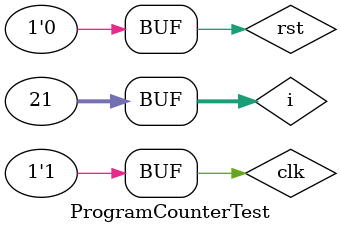
<source format=v>
/*
module ProgramCounterTest();

    reg clk;
    reg rst;
   
    wire [31:0] PC;
    
    integer i;
    
    
    ProgramCounter PrCo(clk, rst, PC);
    

    
    initial begin
   

       clk = 0;
       rst = 0;
       
       rst = 1;
       #10
       rst = 0;
       for(i = 0; i <= 20; i = i + 1)
       begin
          #10
          clk = ~clk;
       end
    end
    
endmodule
*/


module ProgramCounterTest();

    reg clk;
    reg rst;
   
    wire [31:0] PC;
    
    integer i;
    
    
    ProgramCounter PrCo(clk, rst, PC);
    

    
    initial begin
   

       clk = 0;
       rst = 0;
       
       rst = 1;
       #10
       rst = 0;
       for(i = 0; i <= 20; i = i + 1)
       begin
          #10
          clk = ~clk;
       end
    end
    
endmodule
</source>
